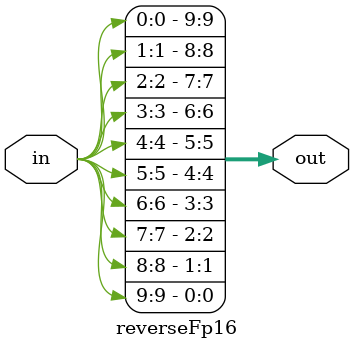
<source format=v>
`define DEFINES_DONE
`define EXPONENT 5
`define MANTISSA 10
`define SIGN 1
`define DATAWIDTH (`SIGN+`EXPONENT+`MANTISSA)
`define IEEE_COMPLIANCE 1
`define NUM 8
`define ADDRSIZE 7
`define ADDRSIZE_FOR_TB 10
`define EXPONENT 5
`define MANTISSA 10
`define ACTUAL_MANTISSA 11
`define EXPONENT_LSB 10
`define EXPONENT_MSB 14
`define MANTISSA_LSB 0
`define MANTISSA_MSB 9
`define MANTISSA_MUL_SPLIT_LSB 3
`define MANTISSA_MUL_SPLIT_MSB 9
`define SIGN 1
`define SIGN_LOC 15
`define DWIDTH (`SIGN+`EXPONENT+`MANTISSA)
`define IEEE_COMPLIANCE 1
`define EXPONENT 5
`define MANTISSA 10
`define ACTUAL_MANTISSA 11
`define EXPONENT_LSB 10
`define EXPONENT_MSB 14
`define MANTISSA_LSB 0
`define MANTISSA_MSB 9
`define MANTISSA_MUL_SPLIT_LSB 3
`define MANTISSA_MUL_SPLIT_MSB 9
`define SIGN 1
`define SIGN_LOC 15
`define DWIDTH (`SIGN+`EXPONENT+`MANTISSA)
`define IEEE_COMPLIANCE 1
`define EXPONENT 5
`define MANTISSA 10
`define ACTUAL_MANTISSA 11
`define EXPONENT_LSB 10
`define EXPONENT_MSB 14
`define MANTISSA_LSB 0
`define MANTISSA_MSB 9
`define MANTISSA_MUL_SPLIT_LSB 3
`define MANTISSA_MUL_SPLIT_MSB 9
`define SIGN 1
`define SIGN_LOC 15
`define DWIDTH (`SIGN+`EXPONENT+`MANTISSA)
`define IEEE_COMPLIANCE 1

module fNToRecFN#(parameter expWidth = 3, parameter sigWidth = 3) (
        input [(expWidth + sigWidth - 1):0] in,
        output [(expWidth + sigWidth):0] out
    );

    //`include "HardFloat_localFuncs.vi"
    //localparam normDistWidth = clog2(sigWidth);
    localparam normDistWidth = 4; //Hardcoding for FP16

    wire sign;
    wire [(expWidth - 1):0] expIn;
    wire [(sigWidth - 2):0] fractIn;
    assign {sign, expIn, fractIn} = in;
    wire isZeroExpIn = (expIn == 0);
    wire isZeroFractIn = (fractIn == 0);
    
   
    wire [(normDistWidth - 1):0] normDist;
    //sigwidth = 11, normDistWidth=4
    countLeadingZerosfp16 #(sigWidth - 1, normDistWidth)  countLeadingZeros(.in(fractIn), .count(normDist)); 
    wire [(sigWidth - 2):0] subnormFract = (fractIn<<normDist)<<1;
    wire [expWidth:0] adjustedExp =
        (isZeroExpIn ? normDist ^ ((1<<(expWidth + 1)) - 1) : expIn)
            + ((1<<(expWidth - 1)) | (isZeroExpIn ? 2 : 1));
    wire isZero = isZeroExpIn && isZeroFractIn;
    wire isSpecial = (adjustedExp[expWidth:(expWidth - 1)] == 'b11);
    
   
    wire [expWidth:0] exp;
    assign exp[expWidth:(expWidth - 2)] =
        isSpecial ? {2'b11, !isZeroFractIn}
            : isZero ? 3'b000 : adjustedExp[expWidth:(expWidth - 2)];
    assign exp[(expWidth - 3):0] = adjustedExp;
    assign out = {sign, exp, isZeroExpIn ? subnormFract : fractIn};

endmodule
module countLeadingZerosfp16 #(parameter inWidth = 10, parameter countWidth = 4) (
    input [(inWidth - 1):0] in, output reg [(countWidth - 1):0] count
    );

  wire [(inWidth - 1):0] reverseIn;
  reverseFp16 reverse_in(in, reverseIn);
  wire [inWidth:0] oneLeastReverseIn =
      {1'b1, reverseIn} & ({1'b0, ~reverseIn} + 1);
		
  always@(*)
    begin
      if (oneLeastReverseIn[10] == 1)
        begin
          count = 4'd10;
        end
      else if (oneLeastReverseIn[9] == 1)
        begin
          count = 4'd9;
        end
      else if (oneLeastReverseIn[8] == 1)
        begin
          count= 4'd8;
        end
      else if (oneLeastReverseIn[7] == 1)
        begin
          count = 4'd7;
        end
      else if (oneLeastReverseIn[6] == 1)
        begin
          count = 4'd6;
        end
      else if (oneLeastReverseIn[5] == 1)
        begin
          count = 4'd5;
        end
      else if (oneLeastReverseIn[4] == 1)
        begin
          count = 4'd4;
        end
      else if (oneLeastReverseIn[3] == 1)
        begin
          count = 4'd3;
        end
      else if (oneLeastReverseIn[2] == 1)
        begin
          count = 4'd2;
        end
      else if (oneLeastReverseIn[1] == 1)
        begin
          count = 4'd1;
        end
      else
        begin
          count = 4'd0;
        end
      end

endmodule
module reverseFp16 (input [9:0] in, output [9:0] out);

   assign out[0] = in[9];
   assign out[1] = in[8];
   assign out[2] = in[7];
   assign out[3] = in[6];
   assign out[4] = in[5];
   assign out[5] = in[4];
   assign out[6] = in[3];
   assign out[7] = in[2];
   assign out[8] = in[1];
   assign out[9] = in[0];
   // genvar ix;
   // generate
   //     for (ix = 0; ix < width; ix = ix + 1) begin :Bit
   //         assign out[ix] = in[width - 1 - ix];
   //     end
   // endgenerate

endmodule

</source>
